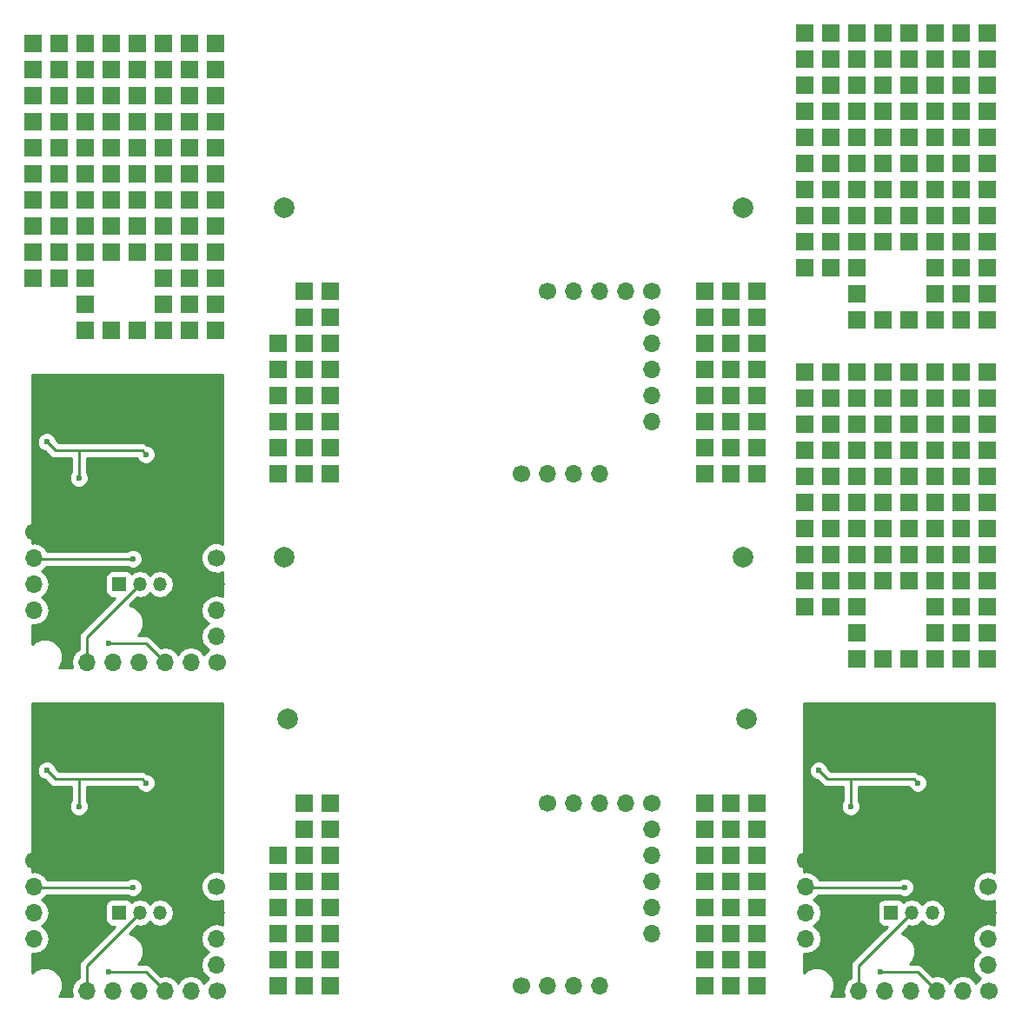
<source format=gbl>
%MOIN*%
%OFA0B0*%
%FSLAX46Y46*%
%IPPOS*%
%LPD*%
%ADD10C,0.0039370078740157488*%
%ADD11R,0.066929133858267723X0.066929133858267723*%
%ADD12C,0.066929133858267723*%
%ADD13O,0.066929133858267723X0.066929133858267723*%
%ADD14C,0.07874015748031496*%
%ADD25C,0.0039370078740157488*%
%ADD26R,0.066929133858267723X0.066929133858267723*%
%ADD27C,0.066929133858267723*%
%ADD28O,0.066929133858267723X0.066929133858267723*%
%ADD29C,0.07874015748031496*%
%ADD40C,0.0039370078740157488*%
%ADD41C,0.066929133858267723*%
%ADD42O,0.066929133858267723X0.066929133858267723*%
%ADD43R,0.053149606299212608X0.053149606299212608*%
%ADD44O,0.053149606299212608X0.053149606299212608*%
%ADD45C,0.023622047244094488*%
%ADD46C,0.00984251968503937*%
%ADD47C,0.01*%
%ADD58C,0.0039370078740157488*%
%ADD59R,0.066929133858267723X0.066929133858267723*%
%ADD70C,0.0039370078740157488*%
%ADD71R,0.066929133858267723X0.066929133858267723*%
%ADD82C,0.0039370078740157488*%
%ADD83R,0.066929133858267723X0.066929133858267723*%
%ADD94C,0.0039370078740157488*%
%ADD95C,0.066929133858267723*%
%ADD96O,0.066929133858267723X0.066929133858267723*%
%ADD97R,0.053149606299212608X0.053149606299212608*%
%ADD98O,0.053149606299212608X0.053149606299212608*%
%ADD99C,0.023622047244094488*%
%ADD100C,0.00984251968503937*%
%ADD101C,0.01*%
%ADD112C,0.0039370078740157488*%
%ADD113C,0.066929133858267723*%
%ADD114O,0.066929133858267723X0.066929133858267723*%
%ADD115R,0.053149606299212608X0.053149606299212608*%
%ADD116O,0.053149606299212608X0.053149606299212608*%
%ADD117C,0.023622047244094488*%
%ADD118C,0.00984251968503937*%
%ADD119C,0.01*%
%LPD*%
G01*
D10*
D11*
X-0002465984Y-0006660000D02*
X0001171515Y0000069999D03*
X0001171515Y0000169999D03*
X0001171515Y0000269999D03*
X0001171515Y0000369999D03*
X0001171515Y0000469999D03*
X0001171515Y0000569999D03*
X0001171515Y0000669999D03*
X0001171515Y0000769999D03*
X0001071515Y0000069999D03*
X0001071515Y0000169999D03*
X0001071515Y0000269999D03*
X0001071515Y0000369999D03*
X0001071515Y0000469999D03*
X0001071515Y0000569999D03*
X0001071515Y0000669999D03*
X0001071515Y0000769999D03*
X0000971515Y0000069999D03*
X0000971515Y0000169999D03*
X0000971515Y0000269999D03*
X0000971515Y0000369999D03*
X0000971515Y0000469999D03*
X0000971515Y0000569999D03*
X0002609015Y0000069999D03*
X0002609015Y0000169999D03*
X0002609015Y0000269999D03*
X0002609015Y0000369999D03*
X0002609015Y0000469999D03*
X0002609015Y0000569999D03*
X0002609015Y0000669999D03*
X0002609015Y0000769999D03*
X0002709014Y0000069999D03*
X0002709014Y0000169999D03*
X0002709014Y0000269999D03*
X0002709014Y0000369999D03*
X0002709014Y0000469999D03*
X0002709014Y0000569999D03*
X0002709014Y0000669999D03*
X0002709014Y0000769999D03*
X0002809015Y0000069999D03*
X0002809015Y0000169999D03*
X0002809015Y0000269999D03*
X0002809015Y0000369999D03*
X0002809015Y0000469999D03*
X0002809015Y0000569999D03*
X0002809015Y0000669999D03*
X0002809015Y0000769999D03*
D12*
X0001906515Y0000067499D03*
D13*
X0002006514Y0000067499D03*
X0002106515Y0000067499D03*
X0002206515Y0000067499D03*
D12*
X0002006514Y0000767499D03*
D13*
X0002106515Y0000767499D03*
X0002206515Y0000767499D03*
X0002306515Y0000767499D03*
D12*
X0002406515Y0000769999D03*
D13*
X0002406515Y0000669999D03*
X0002406515Y0000569999D03*
X0002406515Y0000469999D03*
X0002406515Y0000369999D03*
X0002406515Y0000269999D03*
D14*
X0001009093Y0001092499D03*
X0002768936Y0001092499D03*
G01*
D25*
D26*
X-0002466141Y-0004696850D02*
X0001171358Y0002033148D03*
X0001171358Y0002133149D03*
X0001171358Y0002233149D03*
X0001171358Y0002333149D03*
X0001171358Y0002433149D03*
X0001171358Y0002533149D03*
X0001171358Y0002633149D03*
X0001171358Y0002733149D03*
X0001071358Y0002033148D03*
X0001071358Y0002133149D03*
X0001071358Y0002233149D03*
X0001071358Y0002333149D03*
X0001071358Y0002433149D03*
X0001071358Y0002533149D03*
X0001071358Y0002633149D03*
X0001071358Y0002733149D03*
X0000971358Y0002033148D03*
X0000971358Y0002133149D03*
X0000971358Y0002233149D03*
X0000971358Y0002333149D03*
X0000971358Y0002433149D03*
X0000971358Y0002533149D03*
X0002608858Y0002033148D03*
X0002608858Y0002133149D03*
X0002608858Y0002233149D03*
X0002608858Y0002333149D03*
X0002608858Y0002433149D03*
X0002608858Y0002533149D03*
X0002608858Y0002633149D03*
X0002608858Y0002733149D03*
X0002708858Y0002033148D03*
X0002708858Y0002133149D03*
X0002708858Y0002233149D03*
X0002708858Y0002333149D03*
X0002708858Y0002433149D03*
X0002708858Y0002533149D03*
X0002708858Y0002633149D03*
X0002708858Y0002733149D03*
X0002808858Y0002033148D03*
X0002808858Y0002133149D03*
X0002808858Y0002233149D03*
X0002808858Y0002333149D03*
X0002808858Y0002433149D03*
X0002808858Y0002533149D03*
X0002808858Y0002633149D03*
X0002808858Y0002733149D03*
D27*
X0001906358Y0002030649D03*
D28*
X0002006358Y0002030649D03*
X0002106358Y0002030649D03*
X0002206358Y0002030649D03*
D27*
X0002006358Y0002730649D03*
D28*
X0002106358Y0002730649D03*
X0002206358Y0002730649D03*
X0002306358Y0002730649D03*
D27*
X0002406358Y0002733149D03*
D28*
X0002406358Y0002633149D03*
X0002406358Y0002533149D03*
X0002406358Y0002433149D03*
X0002406358Y0002333149D03*
X0002406358Y0002233149D03*
D29*
X0000993937Y0003053149D03*
X0002753779Y0003053149D03*
X0002753779Y0001713149D03*
X0000993937Y0001713149D03*
G01*
D40*
D41*
X-0003732283Y0004921259D02*
X0002995216Y0000548759D03*
D42*
X0002995216Y0000448759D03*
X0002995216Y0000348759D03*
X0002995216Y0000248759D03*
D41*
X0003695216Y0000448759D03*
D42*
X0003695216Y0000348759D03*
X0003695216Y0000248759D03*
X0003695216Y0000148759D03*
D41*
X0003697716Y0000048759D03*
D42*
X0003597716Y0000048759D03*
X0003497716Y0000048759D03*
X0003397716Y0000048759D03*
X0003297716Y0000048759D03*
X0003197716Y0000048759D03*
D43*
X0003322716Y0000348759D03*
D44*
X0003401456Y0000348759D03*
X0003480196Y0000348759D03*
X0003558935Y0000348759D03*
D45*
X0003282716Y0000121259D03*
X0003167716Y0000756259D03*
X0003425216Y0000846259D03*
X0003045216Y0000893759D03*
X0003375216Y0000446259D03*
D46*
X0003282716Y0000121259D02*
X0003425216Y0000121259D01*
X0003425216Y0000121259D02*
X0003497716Y0000048759D01*
X0003401456Y0000348759D02*
X0003197716Y0000145019D01*
X0003197716Y0000145019D02*
X0003197716Y0000048759D01*
X0003167716Y0000860570D02*
X0003167716Y0000756259D01*
X0003167716Y0000860570D02*
X0003410904Y0000860570D01*
X0003078405Y0000860570D02*
X0003167716Y0000860570D01*
X0003410904Y0000860570D02*
X0003425216Y0000846259D01*
X0003078405Y0000860570D02*
X0003045216Y0000893759D01*
X0003375216Y0000446259D02*
X0002997716Y0000446259D01*
X0002997716Y0000446259D02*
X0002995216Y0000448759D01*
D47*
G36*
X0003720077Y0000501739D02*
X0003706896Y0000507214D01*
X0003683638Y0000507233D01*
X0003662142Y0000498352D01*
X0003645681Y0000481920D01*
X0003636761Y0000460440D01*
X0003636741Y0000437181D01*
X0003645623Y0000415685D01*
X0003662055Y0000399224D01*
X0003683536Y0000390304D01*
X0003706794Y0000390285D01*
X0003720077Y0000395773D01*
X0003720077Y0000301876D01*
X0003718735Y0000302774D01*
X0003696361Y0000307224D01*
X0003694070Y0000307224D01*
X0003671697Y0000302774D01*
X0003652730Y0000290100D01*
X0003640056Y0000271133D01*
X0003635606Y0000248759D01*
X0003640056Y0000226386D01*
X0003652730Y0000207419D01*
X0003665689Y0000198759D01*
X0003652730Y0000190100D01*
X0003640056Y0000171133D01*
X0003635606Y0000148759D01*
X0003640056Y0000126386D01*
X0003652730Y0000107419D01*
X0003665666Y0000098775D01*
X0003664642Y0000098352D01*
X0003648181Y0000081920D01*
X0003647072Y0000079250D01*
X0003639057Y0000091245D01*
X0003620089Y0000103919D01*
X0003597716Y0000108369D01*
X0003575342Y0000103919D01*
X0003556375Y0000091245D01*
X0003547716Y0000078286D01*
X0003539057Y0000091245D01*
X0003520089Y0000103919D01*
X0003497716Y0000108369D01*
X0003483290Y0000105500D01*
X0003446373Y0000142417D01*
X0003436666Y0000148903D01*
X0003425216Y0000151181D01*
X0003394235Y0000151181D01*
X0003405590Y0000162516D01*
X0003416011Y0000187613D01*
X0003416035Y0000214787D01*
X0003405658Y0000239902D01*
X0003386459Y0000259133D01*
X0003363626Y0000268615D01*
X0003392890Y0000297878D01*
X0003401456Y0000296174D01*
X0003421193Y0000300100D01*
X0003437925Y0000311280D01*
X0003440826Y0000315622D01*
X0003443727Y0000311280D01*
X0003460459Y0000300100D01*
X0003480196Y0000296174D01*
X0003499933Y0000300100D01*
X0003516665Y0000311280D01*
X0003527845Y0000328011D01*
X0003531771Y0000347749D01*
X0003531771Y0000349769D01*
X0003527845Y0000369507D01*
X0003516665Y0000386238D01*
X0003499933Y0000397419D01*
X0003480196Y0000401345D01*
X0003460459Y0000397419D01*
X0003443727Y0000386238D01*
X0003440826Y0000381897D01*
X0003437925Y0000386238D01*
X0003421193Y0000397419D01*
X0003401456Y0000401345D01*
X0003381719Y0000397419D01*
X0003369879Y0000389507D01*
X0003367562Y0000393107D01*
X0003359208Y0000398815D01*
X0003349291Y0000400823D01*
X0003296141Y0000400823D01*
X0003286877Y0000399081D01*
X0003278368Y0000393605D01*
X0003272660Y0000385251D01*
X0003270650Y0000375334D01*
X0003270650Y0000322185D01*
X0003272395Y0000312920D01*
X0003277870Y0000304411D01*
X0003286224Y0000298703D01*
X0003296141Y0000296695D01*
X0003307076Y0000296695D01*
X0003176557Y0000166177D01*
X0003170072Y0000156470D01*
X0003167795Y0000145019D01*
X0003167795Y0000098876D01*
X0003156375Y0000091245D01*
X0003143702Y0000072278D01*
X0003139251Y0000049905D01*
X0003139251Y0000047614D01*
X0003143162Y0000027952D01*
X0003091018Y0000027952D01*
X0003095590Y0000032516D01*
X0003106010Y0000057613D01*
X0003106035Y0000084787D01*
X0003095657Y0000109902D01*
X0003076458Y0000129134D01*
X0003051363Y0000139555D01*
X0003024188Y0000139578D01*
X0002999074Y0000129201D01*
X0002988582Y0000118728D01*
X0002988582Y0000191386D01*
X0002994070Y0000190295D01*
X0002996361Y0000190295D01*
X0003018735Y0000194745D01*
X0003037702Y0000207419D01*
X0003050375Y0000226386D01*
X0003054826Y0000248759D01*
X0003050375Y0000271133D01*
X0003037702Y0000290100D01*
X0003024742Y0000298759D01*
X0003037702Y0000307419D01*
X0003050375Y0000326386D01*
X0003054826Y0000348759D01*
X0003050375Y0000371133D01*
X0003037702Y0000390100D01*
X0003024742Y0000398759D01*
X0003037702Y0000407419D01*
X0003043661Y0000416338D01*
X0003353072Y0000416338D01*
X0003354337Y0000415071D01*
X0003367862Y0000409455D01*
X0003382506Y0000409442D01*
X0003396040Y0000415034D01*
X0003406405Y0000425380D01*
X0003412021Y0000438904D01*
X0003412033Y0000453549D01*
X0003406440Y0000467084D01*
X0003396094Y0000477448D01*
X0003382570Y0000483064D01*
X0003367925Y0000483077D01*
X0003354391Y0000477484D01*
X0003353085Y0000476181D01*
X0003047003Y0000476181D01*
X0003037702Y0000490100D01*
X0003018735Y0000502774D01*
X0002996361Y0000507224D01*
X0002994070Y0000507224D01*
X0002988582Y0000506132D01*
X0002988582Y0000886469D01*
X0003008398Y0000886469D01*
X0003013991Y0000872935D01*
X0003024337Y0000862571D01*
X0003037862Y0000856955D01*
X0003039707Y0000856953D01*
X0003057247Y0000839413D01*
X0003066955Y0000832927D01*
X0003068854Y0000832549D01*
X0003078405Y0000830649D01*
X0003137794Y0000830649D01*
X0003137794Y0000778404D01*
X0003136526Y0000777138D01*
X0003130911Y0000763614D01*
X0003130898Y0000748969D01*
X0003136491Y0000735435D01*
X0003146837Y0000725071D01*
X0003160362Y0000719455D01*
X0003175006Y0000719442D01*
X0003188540Y0000725034D01*
X0003198905Y0000735380D01*
X0003204521Y0000748905D01*
X0003204532Y0000763549D01*
X0003198941Y0000777084D01*
X0003197637Y0000778390D01*
X0003197637Y0000830649D01*
X0003391836Y0000830649D01*
X0003393991Y0000825434D01*
X0003404337Y0000815070D01*
X0003417862Y0000809455D01*
X0003432506Y0000809442D01*
X0003446040Y0000815034D01*
X0003456405Y0000825379D01*
X0003462021Y0000838905D01*
X0003462033Y0000853549D01*
X0003456440Y0000867084D01*
X0003446095Y0000877448D01*
X0003432569Y0000883064D01*
X0003430059Y0000883065D01*
X0003422354Y0000888214D01*
X0003410904Y0000890492D01*
X0003090799Y0000890492D01*
X0003082031Y0000899259D01*
X0003082033Y0000901048D01*
X0003076441Y0000914584D01*
X0003066095Y0000924948D01*
X0003052570Y0000930563D01*
X0003037926Y0000930577D01*
X0003024391Y0000924984D01*
X0003014027Y0000914638D01*
X0003008410Y0000901114D01*
X0003008398Y0000886469D01*
X0002988582Y0000886469D01*
X0002988582Y0001153149D01*
X0003720077Y0001153149D01*
X0003720077Y0000501739D01*
X0003720077Y0000501739D01*
G37*
X0003720077Y0000501739D02*
X0003706896Y0000507214D01*
X0003683638Y0000507233D01*
X0003662142Y0000498352D01*
X0003645681Y0000481920D01*
X0003636761Y0000460440D01*
X0003636741Y0000437181D01*
X0003645623Y0000415685D01*
X0003662055Y0000399224D01*
X0003683536Y0000390304D01*
X0003706794Y0000390285D01*
X0003720077Y0000395773D01*
X0003720077Y0000301876D01*
X0003718735Y0000302774D01*
X0003696361Y0000307224D01*
X0003694070Y0000307224D01*
X0003671697Y0000302774D01*
X0003652730Y0000290100D01*
X0003640056Y0000271133D01*
X0003635606Y0000248759D01*
X0003640056Y0000226386D01*
X0003652730Y0000207419D01*
X0003665689Y0000198759D01*
X0003652730Y0000190100D01*
X0003640056Y0000171133D01*
X0003635606Y0000148759D01*
X0003640056Y0000126386D01*
X0003652730Y0000107419D01*
X0003665666Y0000098775D01*
X0003664642Y0000098352D01*
X0003648181Y0000081920D01*
X0003647072Y0000079250D01*
X0003639057Y0000091245D01*
X0003620089Y0000103919D01*
X0003597716Y0000108369D01*
X0003575342Y0000103919D01*
X0003556375Y0000091245D01*
X0003547716Y0000078286D01*
X0003539057Y0000091245D01*
X0003520089Y0000103919D01*
X0003497716Y0000108369D01*
X0003483290Y0000105500D01*
X0003446373Y0000142417D01*
X0003436666Y0000148903D01*
X0003425216Y0000151181D01*
X0003394235Y0000151181D01*
X0003405590Y0000162516D01*
X0003416011Y0000187613D01*
X0003416035Y0000214787D01*
X0003405658Y0000239902D01*
X0003386459Y0000259133D01*
X0003363626Y0000268615D01*
X0003392890Y0000297878D01*
X0003401456Y0000296174D01*
X0003421193Y0000300100D01*
X0003437925Y0000311280D01*
X0003440826Y0000315622D01*
X0003443727Y0000311280D01*
X0003460459Y0000300100D01*
X0003480196Y0000296174D01*
X0003499933Y0000300100D01*
X0003516665Y0000311280D01*
X0003527845Y0000328011D01*
X0003531771Y0000347749D01*
X0003531771Y0000349769D01*
X0003527845Y0000369507D01*
X0003516665Y0000386238D01*
X0003499933Y0000397419D01*
X0003480196Y0000401345D01*
X0003460459Y0000397419D01*
X0003443727Y0000386238D01*
X0003440826Y0000381897D01*
X0003437925Y0000386238D01*
X0003421193Y0000397419D01*
X0003401456Y0000401345D01*
X0003381719Y0000397419D01*
X0003369879Y0000389507D01*
X0003367562Y0000393107D01*
X0003359208Y0000398815D01*
X0003349291Y0000400823D01*
X0003296141Y0000400823D01*
X0003286877Y0000399081D01*
X0003278368Y0000393605D01*
X0003272660Y0000385251D01*
X0003270650Y0000375334D01*
X0003270650Y0000322185D01*
X0003272395Y0000312920D01*
X0003277870Y0000304411D01*
X0003286224Y0000298703D01*
X0003296141Y0000296695D01*
X0003307076Y0000296695D01*
X0003176557Y0000166177D01*
X0003170072Y0000156470D01*
X0003167795Y0000145019D01*
X0003167795Y0000098876D01*
X0003156375Y0000091245D01*
X0003143702Y0000072278D01*
X0003139251Y0000049905D01*
X0003139251Y0000047614D01*
X0003143162Y0000027952D01*
X0003091018Y0000027952D01*
X0003095590Y0000032516D01*
X0003106010Y0000057613D01*
X0003106035Y0000084787D01*
X0003095657Y0000109902D01*
X0003076458Y0000129134D01*
X0003051363Y0000139555D01*
X0003024188Y0000139578D01*
X0002999074Y0000129201D01*
X0002988582Y0000118728D01*
X0002988582Y0000191386D01*
X0002994070Y0000190295D01*
X0002996361Y0000190295D01*
X0003018735Y0000194745D01*
X0003037702Y0000207419D01*
X0003050375Y0000226386D01*
X0003054826Y0000248759D01*
X0003050375Y0000271133D01*
X0003037702Y0000290100D01*
X0003024742Y0000298759D01*
X0003037702Y0000307419D01*
X0003050375Y0000326386D01*
X0003054826Y0000348759D01*
X0003050375Y0000371133D01*
X0003037702Y0000390100D01*
X0003024742Y0000398759D01*
X0003037702Y0000407419D01*
X0003043661Y0000416338D01*
X0003353072Y0000416338D01*
X0003354337Y0000415071D01*
X0003367862Y0000409455D01*
X0003382506Y0000409442D01*
X0003396040Y0000415034D01*
X0003406405Y0000425380D01*
X0003412021Y0000438904D01*
X0003412033Y0000453549D01*
X0003406440Y0000467084D01*
X0003396094Y0000477448D01*
X0003382570Y0000483064D01*
X0003367925Y0000483077D01*
X0003354391Y0000477484D01*
X0003353085Y0000476181D01*
X0003047003Y0000476181D01*
X0003037702Y0000490100D01*
X0003018735Y0000502774D01*
X0002996361Y0000507224D01*
X0002994070Y0000507224D01*
X0002988582Y0000506132D01*
X0002988582Y0000886469D01*
X0003008398Y0000886469D01*
X0003013991Y0000872935D01*
X0003024337Y0000862571D01*
X0003037862Y0000856955D01*
X0003039707Y0000856953D01*
X0003057247Y0000839413D01*
X0003066955Y0000832927D01*
X0003068854Y0000832549D01*
X0003078405Y0000830649D01*
X0003137794Y0000830649D01*
X0003137794Y0000778404D01*
X0003136526Y0000777138D01*
X0003130911Y0000763614D01*
X0003130898Y0000748969D01*
X0003136491Y0000735435D01*
X0003146837Y0000725071D01*
X0003160362Y0000719455D01*
X0003175006Y0000719442D01*
X0003188540Y0000725034D01*
X0003198905Y0000735380D01*
X0003204521Y0000748905D01*
X0003204532Y0000763549D01*
X0003198941Y0000777084D01*
X0003197637Y0000778390D01*
X0003197637Y0000830649D01*
X0003391836Y0000830649D01*
X0003393991Y0000825434D01*
X0003404337Y0000815070D01*
X0003417862Y0000809455D01*
X0003432506Y0000809442D01*
X0003446040Y0000815034D01*
X0003456405Y0000825379D01*
X0003462021Y0000838905D01*
X0003462033Y0000853549D01*
X0003456440Y0000867084D01*
X0003446095Y0000877448D01*
X0003432569Y0000883064D01*
X0003430059Y0000883065D01*
X0003422354Y0000888214D01*
X0003410904Y0000890492D01*
X0003090799Y0000890492D01*
X0003082031Y0000899259D01*
X0003082033Y0000901048D01*
X0003076441Y0000914584D01*
X0003066095Y0000924948D01*
X0003052570Y0000930563D01*
X0003037926Y0000930577D01*
X0003024391Y0000924984D01*
X0003014027Y0000914638D01*
X0003008410Y0000901114D01*
X0003008398Y0000886469D01*
X0002988582Y0000886469D01*
X0002988582Y0001153149D01*
X0003720077Y0001153149D01*
X0003720077Y0000501739D01*
G01*
D58*
D59*
X-0002157480Y0006771653D02*
X0003692519Y0002421653D03*
X0003592519Y0002421653D03*
X0003692519Y0002321653D03*
X0003592519Y0002321653D03*
X0002992519Y0002421653D03*
X0003092519Y0002421653D03*
X0003192519Y0002421653D03*
X0003292519Y0002421653D03*
X0003392519Y0002421653D03*
X0003492519Y0002421653D03*
X0002992519Y0002321653D03*
X0003092519Y0002321653D03*
X0003192519Y0002321653D03*
X0003292519Y0002321653D03*
X0003392519Y0002321653D03*
X0003492519Y0002321653D03*
X0002992519Y0002221653D03*
X0003092519Y0002221653D03*
X0003192519Y0002221653D03*
X0003292519Y0002221653D03*
X0003392519Y0002221653D03*
X0003492519Y0002221653D03*
X0003592519Y0002221653D03*
X0003692519Y0002221653D03*
X0002992519Y0002121653D03*
X0003092519Y0002121653D03*
X0003192519Y0002121653D03*
X0003292519Y0002121653D03*
X0003392519Y0002121653D03*
X0003492519Y0002121653D03*
X0003592519Y0002121653D03*
X0003692519Y0002121653D03*
X0002992519Y0002021653D03*
X0003092519Y0002021653D03*
X0003192519Y0002021653D03*
X0003292519Y0002021653D03*
X0003392519Y0002021653D03*
X0003492519Y0002021653D03*
X0003592519Y0002021653D03*
X0003692519Y0002021653D03*
X0002992519Y0001921653D03*
X0003092519Y0001921653D03*
X0003192519Y0001921653D03*
X0003292519Y0001921653D03*
X0003392519Y0001921653D03*
X0003492519Y0001921653D03*
X0003592519Y0001921653D03*
X0003692519Y0001921653D03*
X0002992519Y0001821653D03*
X0003092519Y0001821653D03*
X0003192519Y0001821653D03*
X0003292519Y0001821653D03*
X0003392519Y0001821653D03*
X0003492519Y0001821653D03*
X0003592519Y0001821653D03*
X0003692519Y0001821653D03*
X0002992519Y0001721653D03*
X0003092519Y0001721653D03*
X0003192519Y0001721653D03*
X0003292519Y0001721653D03*
X0003392519Y0001721653D03*
X0003492519Y0001721653D03*
X0003592519Y0001721653D03*
X0003692519Y0001721653D03*
X0002992519Y0001621653D03*
X0003092519Y0001621653D03*
X0003192519Y0001621653D03*
X0003292519Y0001621653D03*
X0003392519Y0001621653D03*
X0003492519Y0001621653D03*
X0003592519Y0001621653D03*
X0003692519Y0001621653D03*
X0002992519Y0001521653D03*
X0003092519Y0001521653D03*
X0003192519Y0001521653D03*
X0003492519Y0001521653D03*
X0003592519Y0001521653D03*
X0003692519Y0001521653D03*
X0003192519Y0001421653D03*
X0003492519Y0001421653D03*
X0003592519Y0001421653D03*
X0003692519Y0001421653D03*
X0003192519Y0001321653D03*
X0003292519Y0001321653D03*
X0003392519Y0001321653D03*
X0003492519Y0001321653D03*
X0003592519Y0001321653D03*
X0003692519Y0001321653D03*
G04 next file*
%LPD*%
G01*
D70*
D71*
X-0002157480Y0008070866D02*
X0003692519Y0003720866D03*
X0003592519Y0003720866D03*
X0003692519Y0003620866D03*
X0003592519Y0003620866D03*
X0002992519Y0003720866D03*
X0003092519Y0003720866D03*
X0003192519Y0003720866D03*
X0003292519Y0003720866D03*
X0003392519Y0003720866D03*
X0003492519Y0003720866D03*
X0002992519Y0003620866D03*
X0003092519Y0003620866D03*
X0003192519Y0003620866D03*
X0003292519Y0003620866D03*
X0003392519Y0003620866D03*
X0003492519Y0003620866D03*
X0002992519Y0003520866D03*
X0003092519Y0003520866D03*
X0003192519Y0003520866D03*
X0003292519Y0003520866D03*
X0003392519Y0003520866D03*
X0003492519Y0003520866D03*
X0003592519Y0003520866D03*
X0003692519Y0003520866D03*
X0002992519Y0003420866D03*
X0003092519Y0003420866D03*
X0003192519Y0003420866D03*
X0003292519Y0003420866D03*
X0003392519Y0003420866D03*
X0003492519Y0003420866D03*
X0003592519Y0003420866D03*
X0003692519Y0003420866D03*
X0002992519Y0003320866D03*
X0003092519Y0003320866D03*
X0003192519Y0003320866D03*
X0003292519Y0003320866D03*
X0003392519Y0003320866D03*
X0003492519Y0003320866D03*
X0003592519Y0003320866D03*
X0003692519Y0003320866D03*
X0002992519Y0003220865D03*
X0003092519Y0003220865D03*
X0003192519Y0003220865D03*
X0003292519Y0003220865D03*
X0003392519Y0003220865D03*
X0003492519Y0003220865D03*
X0003592519Y0003220865D03*
X0003692519Y0003220865D03*
X0002992519Y0003120866D03*
X0003092519Y0003120866D03*
X0003192519Y0003120866D03*
X0003292519Y0003120866D03*
X0003392519Y0003120866D03*
X0003492519Y0003120866D03*
X0003592519Y0003120866D03*
X0003692519Y0003120866D03*
X0002992519Y0003020866D03*
X0003092519Y0003020866D03*
X0003192519Y0003020866D03*
X0003292519Y0003020866D03*
X0003392519Y0003020866D03*
X0003492519Y0003020866D03*
X0003592519Y0003020866D03*
X0003692519Y0003020866D03*
X0002992519Y0002920866D03*
X0003092519Y0002920866D03*
X0003192519Y0002920866D03*
X0003292519Y0002920866D03*
X0003392519Y0002920866D03*
X0003492519Y0002920866D03*
X0003592519Y0002920866D03*
X0003692519Y0002920866D03*
X0002992519Y0002820865D03*
X0003092519Y0002820865D03*
X0003192519Y0002820865D03*
X0003492519Y0002820865D03*
X0003592519Y0002820865D03*
X0003692519Y0002820865D03*
X0003192519Y0002720866D03*
X0003492519Y0002720866D03*
X0003592519Y0002720866D03*
X0003692519Y0002720866D03*
X0003192519Y0002620866D03*
X0003292519Y0002620866D03*
X0003392519Y0002620866D03*
X0003492519Y0002620866D03*
X0003592519Y0002620866D03*
X0003692519Y0002620866D03*
G01*
D82*
D83*
X-0005118110Y0008031496D02*
X0000731889Y0003681496D03*
X0000631889Y0003681496D03*
X0000731889Y0003581496D03*
X0000631889Y0003581496D03*
X0000031889Y0003681496D03*
X0000131889Y0003681496D03*
X0000231889Y0003681496D03*
X0000331889Y0003681496D03*
X0000431889Y0003681496D03*
X0000531889Y0003681496D03*
X0000031889Y0003581496D03*
X0000131889Y0003581496D03*
X0000231889Y0003581496D03*
X0000331889Y0003581496D03*
X0000431889Y0003581496D03*
X0000531889Y0003581496D03*
X0000031889Y0003481496D03*
X0000131889Y0003481496D03*
X0000231889Y0003481496D03*
X0000331889Y0003481496D03*
X0000431889Y0003481496D03*
X0000531889Y0003481496D03*
X0000631889Y0003481496D03*
X0000731889Y0003481496D03*
X0000031889Y0003381496D03*
X0000131889Y0003381496D03*
X0000231889Y0003381496D03*
X0000331889Y0003381496D03*
X0000431889Y0003381496D03*
X0000531889Y0003381496D03*
X0000631889Y0003381496D03*
X0000731889Y0003381496D03*
X0000031889Y0003281496D03*
X0000131889Y0003281496D03*
X0000231889Y0003281496D03*
X0000331889Y0003281496D03*
X0000431889Y0003281496D03*
X0000531889Y0003281496D03*
X0000631889Y0003281496D03*
X0000731889Y0003281496D03*
X0000031889Y0003181496D03*
X0000131889Y0003181496D03*
X0000231889Y0003181496D03*
X0000331889Y0003181496D03*
X0000431889Y0003181496D03*
X0000531889Y0003181496D03*
X0000631889Y0003181496D03*
X0000731889Y0003181496D03*
X0000031889Y0003081496D03*
X0000131889Y0003081496D03*
X0000231889Y0003081496D03*
X0000331889Y0003081496D03*
X0000431889Y0003081496D03*
X0000531889Y0003081496D03*
X0000631889Y0003081496D03*
X0000731889Y0003081496D03*
X0000031889Y0002981496D03*
X0000131889Y0002981496D03*
X0000231889Y0002981496D03*
X0000331889Y0002981496D03*
X0000431889Y0002981496D03*
X0000531889Y0002981496D03*
X0000631889Y0002981496D03*
X0000731889Y0002981496D03*
X0000031889Y0002881496D03*
X0000131889Y0002881496D03*
X0000231889Y0002881496D03*
X0000331889Y0002881496D03*
X0000431889Y0002881496D03*
X0000531889Y0002881496D03*
X0000631889Y0002881496D03*
X0000731889Y0002881496D03*
X0000031889Y0002781496D03*
X0000131889Y0002781496D03*
X0000231889Y0002781496D03*
X0000531889Y0002781496D03*
X0000631889Y0002781496D03*
X0000731889Y0002781496D03*
X0000231889Y0002681496D03*
X0000531889Y0002681496D03*
X0000631889Y0002681496D03*
X0000731889Y0002681496D03*
X0000231889Y0002581496D03*
X0000331889Y0002581496D03*
X0000431889Y0002581496D03*
X0000531889Y0002581496D03*
X0000631889Y0002581496D03*
X0000731889Y0002581496D03*
G04 next file*
G01*
D94*
D95*
X-0006692913Y0006181102D02*
X0000034586Y0001808602D03*
D96*
X0000034586Y0001708602D03*
X0000034586Y0001608602D03*
X0000034586Y0001508602D03*
D95*
X0000734586Y0001708602D03*
D96*
X0000734586Y0001608602D03*
X0000734586Y0001508602D03*
X0000734586Y0001408602D03*
D95*
X0000737086Y0001308602D03*
D96*
X0000637086Y0001308602D03*
X0000537086Y0001308602D03*
X0000437086Y0001308602D03*
X0000337086Y0001308602D03*
X0000237086Y0001308602D03*
D97*
X0000362086Y0001608602D03*
D98*
X0000440826Y0001608602D03*
X0000519566Y0001608602D03*
X0000598307Y0001608602D03*
D99*
X0000322086Y0001381102D03*
X0000207086Y0002016102D03*
X0000464585Y0002106102D03*
X0000084586Y0002153602D03*
X0000414585Y0001706102D03*
D100*
X0000322086Y0001381102D02*
X0000464585Y0001381102D01*
X0000464585Y0001381102D02*
X0000537086Y0001308602D01*
X0000440826Y0001608602D02*
X0000237086Y0001404862D01*
X0000237086Y0001404862D02*
X0000237086Y0001308602D01*
X0000207086Y0002120413D02*
X0000207086Y0002016102D01*
X0000207086Y0002120413D02*
X0000450275Y0002120413D01*
X0000117775Y0002120413D02*
X0000207086Y0002120413D01*
X0000450275Y0002120413D02*
X0000464585Y0002106102D01*
X0000117775Y0002120413D02*
X0000084586Y0002153602D01*
X0000414585Y0001706102D02*
X0000037086Y0001706102D01*
X0000037086Y0001706102D02*
X0000034586Y0001708602D01*
D101*
G36*
X0000759447Y0001761583D02*
X0000746266Y0001767056D01*
X0000723008Y0001767077D01*
X0000701512Y0001758195D01*
X0000685051Y0001741763D01*
X0000676132Y0001720282D01*
X0000676111Y0001697023D01*
X0000684993Y0001675528D01*
X0000701425Y0001659066D01*
X0000722906Y0001650147D01*
X0000746164Y0001650125D01*
X0000759447Y0001655616D01*
X0000759447Y0001561718D01*
X0000758105Y0001562616D01*
X0000735731Y0001567066D01*
X0000733441Y0001567066D01*
X0000711067Y0001562616D01*
X0000692100Y0001549942D01*
X0000679426Y0001530975D01*
X0000674976Y0001508602D01*
X0000679426Y0001486228D01*
X0000692100Y0001467261D01*
X0000705060Y0001458602D01*
X0000692100Y0001449943D01*
X0000679426Y0001430975D01*
X0000674976Y0001408602D01*
X0000679426Y0001386228D01*
X0000692100Y0001367261D01*
X0000705036Y0001358618D01*
X0000704012Y0001358195D01*
X0000687551Y0001341763D01*
X0000686442Y0001339092D01*
X0000678427Y0001351088D01*
X0000659460Y0001363761D01*
X0000637086Y0001368212D01*
X0000614713Y0001363761D01*
X0000595745Y0001351088D01*
X0000587086Y0001338128D01*
X0000578427Y0001351088D01*
X0000559460Y0001363761D01*
X0000537086Y0001368212D01*
X0000522661Y0001365342D01*
X0000485744Y0001402259D01*
X0000476036Y0001408745D01*
X0000464585Y0001411023D01*
X0000433605Y0001411023D01*
X0000444959Y0001422358D01*
X0000455381Y0001447455D01*
X0000455405Y0001474629D01*
X0000445028Y0001499744D01*
X0000425829Y0001518976D01*
X0000402997Y0001528457D01*
X0000432260Y0001557721D01*
X0000440826Y0001556017D01*
X0000460562Y0001559943D01*
X0000477295Y0001571123D01*
X0000480196Y0001575465D01*
X0000483098Y0001571123D01*
X0000499830Y0001559943D01*
X0000519566Y0001556017D01*
X0000539303Y0001559943D01*
X0000556035Y0001571123D01*
X0000567215Y0001587855D01*
X0000571141Y0001607591D01*
X0000571141Y0001609612D01*
X0000567215Y0001629349D01*
X0000556035Y0001646081D01*
X0000539303Y0001657261D01*
X0000519566Y0001661187D01*
X0000499830Y0001657261D01*
X0000483098Y0001646081D01*
X0000480196Y0001641739D01*
X0000477295Y0001646081D01*
X0000460562Y0001657261D01*
X0000440826Y0001661187D01*
X0000421088Y0001657261D01*
X0000409249Y0001649350D01*
X0000406932Y0001652950D01*
X0000398578Y0001658658D01*
X0000388661Y0001660665D01*
X0000335511Y0001660665D01*
X0000326247Y0001658923D01*
X0000317738Y0001653448D01*
X0000312030Y0001645094D01*
X0000310022Y0001635176D01*
X0000310022Y0001582027D01*
X0000311765Y0001572763D01*
X0000317240Y0001564254D01*
X0000325594Y0001558546D01*
X0000335511Y0001556537D01*
X0000346447Y0001556537D01*
X0000215929Y0001426019D01*
X0000209442Y0001416312D01*
X0000207165Y0001404862D01*
X0000207165Y0001358718D01*
X0000195744Y0001351088D01*
X0000183072Y0001332121D01*
X0000178622Y0001309747D01*
X0000178622Y0001307456D01*
X0000182532Y0001287795D01*
X0000130389Y0001287795D01*
X0000134960Y0001292358D01*
X0000145381Y0001317455D01*
X0000145405Y0001344629D01*
X0000135028Y0001369744D01*
X0000115829Y0001388976D01*
X0000090733Y0001399397D01*
X0000063559Y0001399421D01*
X0000038444Y0001389043D01*
X0000027952Y0001378570D01*
X0000027952Y0001451229D01*
X0000033441Y0001450137D01*
X0000035731Y0001450137D01*
X0000058105Y0001454588D01*
X0000077072Y0001467261D01*
X0000089746Y0001486228D01*
X0000094196Y0001508602D01*
X0000089746Y0001530975D01*
X0000077072Y0001549942D01*
X0000064113Y0001558602D01*
X0000077072Y0001567261D01*
X0000089746Y0001586228D01*
X0000094196Y0001608602D01*
X0000089746Y0001630974D01*
X0000077072Y0001649943D01*
X0000064113Y0001658602D01*
X0000077072Y0001667261D01*
X0000083032Y0001676181D01*
X0000392442Y0001676181D01*
X0000393707Y0001674913D01*
X0000407232Y0001669296D01*
X0000421876Y0001669282D01*
X0000435411Y0001674877D01*
X0000445775Y0001685223D01*
X0000451391Y0001698748D01*
X0000451404Y0001713391D01*
X0000445811Y0001726926D01*
X0000435465Y0001737290D01*
X0000421940Y0001742906D01*
X0000407296Y0001742919D01*
X0000393762Y0001737327D01*
X0000392455Y0001736023D01*
X0000086373Y0001736023D01*
X0000077072Y0001749943D01*
X0000058105Y0001762616D01*
X0000035731Y0001767066D01*
X0000033441Y0001767066D01*
X0000027952Y0001765975D01*
X0000027952Y0002146312D01*
X0000047769Y0002146312D01*
X0000053361Y0002132777D01*
X0000063707Y0002122413D01*
X0000077232Y0002116797D01*
X0000079077Y0002116796D01*
X0000096618Y0002099255D01*
X0000106325Y0002092769D01*
X0000108225Y0002092391D01*
X0000117775Y0002090491D01*
X0000177165Y0002090491D01*
X0000177165Y0002038246D01*
X0000175897Y0002036981D01*
X0000170281Y0002023456D01*
X0000170269Y0002008811D01*
X0000175861Y0001995277D01*
X0000186207Y0001984913D01*
X0000199732Y0001979297D01*
X0000214376Y0001979284D01*
X0000227911Y0001984877D01*
X0000238275Y0001995222D01*
X0000243891Y0002008748D01*
X0000243904Y0002023391D01*
X0000238311Y0002036925D01*
X0000237007Y0002038231D01*
X0000237007Y0002090491D01*
X0000431207Y0002090491D01*
X0000433361Y0002085277D01*
X0000443707Y0002074913D01*
X0000457232Y0002069297D01*
X0000471875Y0002069284D01*
X0000485411Y0002074876D01*
X0000495775Y0002085223D01*
X0000501391Y0002098748D01*
X0000501403Y0002113392D01*
X0000495811Y0002126926D01*
X0000485465Y0002137291D01*
X0000471940Y0002142907D01*
X0000469430Y0002142909D01*
X0000461725Y0002148056D01*
X0000450275Y0002150334D01*
X0000130169Y0002150334D01*
X0000121402Y0002159101D01*
X0000121404Y0002160892D01*
X0000115811Y0002174426D01*
X0000105465Y0002184790D01*
X0000091940Y0002190406D01*
X0000077296Y0002190419D01*
X0000063762Y0002184827D01*
X0000053397Y0002174481D01*
X0000047781Y0002160956D01*
X0000047769Y0002146312D01*
X0000027952Y0002146312D01*
X0000027952Y0002412992D01*
X0000759447Y0002412992D01*
X0000759447Y0001761583D01*
X0000759447Y0001761583D01*
G37*
X0000759447Y0001761583D02*
X0000746266Y0001767056D01*
X0000723008Y0001767077D01*
X0000701512Y0001758195D01*
X0000685051Y0001741763D01*
X0000676132Y0001720282D01*
X0000676111Y0001697023D01*
X0000684993Y0001675528D01*
X0000701425Y0001659066D01*
X0000722906Y0001650147D01*
X0000746164Y0001650125D01*
X0000759447Y0001655616D01*
X0000759447Y0001561718D01*
X0000758105Y0001562616D01*
X0000735731Y0001567066D01*
X0000733441Y0001567066D01*
X0000711067Y0001562616D01*
X0000692100Y0001549942D01*
X0000679426Y0001530975D01*
X0000674976Y0001508602D01*
X0000679426Y0001486228D01*
X0000692100Y0001467261D01*
X0000705060Y0001458602D01*
X0000692100Y0001449943D01*
X0000679426Y0001430975D01*
X0000674976Y0001408602D01*
X0000679426Y0001386228D01*
X0000692100Y0001367261D01*
X0000705036Y0001358618D01*
X0000704012Y0001358195D01*
X0000687551Y0001341763D01*
X0000686442Y0001339092D01*
X0000678427Y0001351088D01*
X0000659460Y0001363761D01*
X0000637086Y0001368212D01*
X0000614713Y0001363761D01*
X0000595745Y0001351088D01*
X0000587086Y0001338128D01*
X0000578427Y0001351088D01*
X0000559460Y0001363761D01*
X0000537086Y0001368212D01*
X0000522661Y0001365342D01*
X0000485744Y0001402259D01*
X0000476036Y0001408745D01*
X0000464585Y0001411023D01*
X0000433605Y0001411023D01*
X0000444959Y0001422358D01*
X0000455381Y0001447455D01*
X0000455405Y0001474629D01*
X0000445028Y0001499744D01*
X0000425829Y0001518976D01*
X0000402997Y0001528457D01*
X0000432260Y0001557721D01*
X0000440826Y0001556017D01*
X0000460562Y0001559943D01*
X0000477295Y0001571123D01*
X0000480196Y0001575465D01*
X0000483098Y0001571123D01*
X0000499830Y0001559943D01*
X0000519566Y0001556017D01*
X0000539303Y0001559943D01*
X0000556035Y0001571123D01*
X0000567215Y0001587855D01*
X0000571141Y0001607591D01*
X0000571141Y0001609612D01*
X0000567215Y0001629349D01*
X0000556035Y0001646081D01*
X0000539303Y0001657261D01*
X0000519566Y0001661187D01*
X0000499830Y0001657261D01*
X0000483098Y0001646081D01*
X0000480196Y0001641739D01*
X0000477295Y0001646081D01*
X0000460562Y0001657261D01*
X0000440826Y0001661187D01*
X0000421088Y0001657261D01*
X0000409249Y0001649350D01*
X0000406932Y0001652950D01*
X0000398578Y0001658658D01*
X0000388661Y0001660665D01*
X0000335511Y0001660665D01*
X0000326247Y0001658923D01*
X0000317738Y0001653448D01*
X0000312030Y0001645094D01*
X0000310022Y0001635176D01*
X0000310022Y0001582027D01*
X0000311765Y0001572763D01*
X0000317240Y0001564254D01*
X0000325594Y0001558546D01*
X0000335511Y0001556537D01*
X0000346447Y0001556537D01*
X0000215929Y0001426019D01*
X0000209442Y0001416312D01*
X0000207165Y0001404862D01*
X0000207165Y0001358718D01*
X0000195744Y0001351088D01*
X0000183072Y0001332121D01*
X0000178622Y0001309747D01*
X0000178622Y0001307456D01*
X0000182532Y0001287795D01*
X0000130389Y0001287795D01*
X0000134960Y0001292358D01*
X0000145381Y0001317455D01*
X0000145405Y0001344629D01*
X0000135028Y0001369744D01*
X0000115829Y0001388976D01*
X0000090733Y0001399397D01*
X0000063559Y0001399421D01*
X0000038444Y0001389043D01*
X0000027952Y0001378570D01*
X0000027952Y0001451229D01*
X0000033441Y0001450137D01*
X0000035731Y0001450137D01*
X0000058105Y0001454588D01*
X0000077072Y0001467261D01*
X0000089746Y0001486228D01*
X0000094196Y0001508602D01*
X0000089746Y0001530975D01*
X0000077072Y0001549942D01*
X0000064113Y0001558602D01*
X0000077072Y0001567261D01*
X0000089746Y0001586228D01*
X0000094196Y0001608602D01*
X0000089746Y0001630974D01*
X0000077072Y0001649943D01*
X0000064113Y0001658602D01*
X0000077072Y0001667261D01*
X0000083032Y0001676181D01*
X0000392442Y0001676181D01*
X0000393707Y0001674913D01*
X0000407232Y0001669296D01*
X0000421876Y0001669282D01*
X0000435411Y0001674877D01*
X0000445775Y0001685223D01*
X0000451391Y0001698748D01*
X0000451404Y0001713391D01*
X0000445811Y0001726926D01*
X0000435465Y0001737290D01*
X0000421940Y0001742906D01*
X0000407296Y0001742919D01*
X0000393762Y0001737327D01*
X0000392455Y0001736023D01*
X0000086373Y0001736023D01*
X0000077072Y0001749943D01*
X0000058105Y0001762616D01*
X0000035731Y0001767066D01*
X0000033441Y0001767066D01*
X0000027952Y0001765975D01*
X0000027952Y0002146312D01*
X0000047769Y0002146312D01*
X0000053361Y0002132777D01*
X0000063707Y0002122413D01*
X0000077232Y0002116797D01*
X0000079077Y0002116796D01*
X0000096618Y0002099255D01*
X0000106325Y0002092769D01*
X0000108225Y0002092391D01*
X0000117775Y0002090491D01*
X0000177165Y0002090491D01*
X0000177165Y0002038246D01*
X0000175897Y0002036981D01*
X0000170281Y0002023456D01*
X0000170269Y0002008811D01*
X0000175861Y0001995277D01*
X0000186207Y0001984913D01*
X0000199732Y0001979297D01*
X0000214376Y0001979284D01*
X0000227911Y0001984877D01*
X0000238275Y0001995222D01*
X0000243891Y0002008748D01*
X0000243904Y0002023391D01*
X0000238311Y0002036925D01*
X0000237007Y0002038231D01*
X0000237007Y0002090491D01*
X0000431207Y0002090491D01*
X0000433361Y0002085277D01*
X0000443707Y0002074913D01*
X0000457232Y0002069297D01*
X0000471875Y0002069284D01*
X0000485411Y0002074876D01*
X0000495775Y0002085223D01*
X0000501391Y0002098748D01*
X0000501403Y0002113392D01*
X0000495811Y0002126926D01*
X0000485465Y0002137291D01*
X0000471940Y0002142907D01*
X0000469430Y0002142909D01*
X0000461725Y0002148056D01*
X0000450275Y0002150334D01*
X0000130169Y0002150334D01*
X0000121402Y0002159101D01*
X0000121404Y0002160892D01*
X0000115811Y0002174426D01*
X0000105465Y0002184790D01*
X0000091940Y0002190406D01*
X0000077296Y0002190419D01*
X0000063762Y0002184827D01*
X0000053397Y0002174481D01*
X0000047781Y0002160956D01*
X0000047769Y0002146312D01*
X0000027952Y0002146312D01*
X0000027952Y0002412992D01*
X0000759447Y0002412992D01*
X0000759447Y0001761583D01*
G04 next file*
G04 #@! TF.FileFunction,Copper,L2,Bot,Signal*
G04 Gerber Fmt 4.6, Leading zero omitted, Abs format (unit mm)*
G04 Created by KiCad (PCBNEW 4.0.2-stable) date 05.07.2017 20:46:59*
G01*
G04 APERTURE LIST*
G04 APERTURE END LIST*
D112*
D113*
X-0006692913Y0004921259D02*
X0000034586Y0000548759D03*
D114*
X0000034586Y0000448759D03*
X0000034586Y0000348759D03*
X0000034586Y0000248759D03*
D113*
X0000734586Y0000448759D03*
D114*
X0000734586Y0000348759D03*
X0000734586Y0000248759D03*
X0000734586Y0000148759D03*
D113*
X0000737086Y0000048759D03*
D114*
X0000637086Y0000048759D03*
X0000537086Y0000048759D03*
X0000437086Y0000048759D03*
X0000337086Y0000048759D03*
X0000237086Y0000048759D03*
D115*
X0000362086Y0000348759D03*
D116*
X0000440826Y0000348759D03*
X0000519566Y0000348759D03*
X0000598307Y0000348759D03*
D117*
X0000322086Y0000121259D03*
X0000207086Y0000756259D03*
X0000464585Y0000846259D03*
X0000084586Y0000893759D03*
X0000414585Y0000446259D03*
D118*
X0000322086Y0000121259D02*
X0000464585Y0000121259D01*
X0000464585Y0000121259D02*
X0000537086Y0000048759D01*
X0000440826Y0000348759D02*
X0000237086Y0000145019D01*
X0000237086Y0000145019D02*
X0000237086Y0000048759D01*
X0000207086Y0000860570D02*
X0000207086Y0000756259D01*
X0000207086Y0000860570D02*
X0000450275Y0000860570D01*
X0000117775Y0000860570D02*
X0000207086Y0000860570D01*
X0000450275Y0000860570D02*
X0000464585Y0000846259D01*
X0000117775Y0000860570D02*
X0000084586Y0000893759D01*
X0000414585Y0000446259D02*
X0000037086Y0000446259D01*
X0000037086Y0000446259D02*
X0000034586Y0000448759D01*
D119*
G36*
X0000759447Y0000501739D02*
X0000746266Y0000507214D01*
X0000723008Y0000507233D01*
X0000701512Y0000498352D01*
X0000685051Y0000481920D01*
X0000676132Y0000460440D01*
X0000676111Y0000437181D01*
X0000684993Y0000415685D01*
X0000701425Y0000399224D01*
X0000722906Y0000390304D01*
X0000746164Y0000390285D01*
X0000759447Y0000395773D01*
X0000759447Y0000301876D01*
X0000758105Y0000302774D01*
X0000735731Y0000307224D01*
X0000733441Y0000307224D01*
X0000711067Y0000302774D01*
X0000692100Y0000290100D01*
X0000679426Y0000271133D01*
X0000674976Y0000248759D01*
X0000679426Y0000226386D01*
X0000692100Y0000207419D01*
X0000705060Y0000198759D01*
X0000692100Y0000190100D01*
X0000679426Y0000171133D01*
X0000674976Y0000148759D01*
X0000679426Y0000126386D01*
X0000692100Y0000107419D01*
X0000705036Y0000098775D01*
X0000704012Y0000098352D01*
X0000687551Y0000081920D01*
X0000686442Y0000079250D01*
X0000678427Y0000091245D01*
X0000659460Y0000103919D01*
X0000637086Y0000108369D01*
X0000614713Y0000103919D01*
X0000595745Y0000091245D01*
X0000587086Y0000078286D01*
X0000578427Y0000091245D01*
X0000559460Y0000103919D01*
X0000537086Y0000108369D01*
X0000522661Y0000105500D01*
X0000485744Y0000142417D01*
X0000476036Y0000148903D01*
X0000464585Y0000151181D01*
X0000433605Y0000151181D01*
X0000444959Y0000162516D01*
X0000455381Y0000187613D01*
X0000455405Y0000214787D01*
X0000445028Y0000239902D01*
X0000425829Y0000259133D01*
X0000402997Y0000268615D01*
X0000432260Y0000297878D01*
X0000440826Y0000296174D01*
X0000460562Y0000300100D01*
X0000477295Y0000311280D01*
X0000480196Y0000315622D01*
X0000483098Y0000311280D01*
X0000499830Y0000300100D01*
X0000519566Y0000296174D01*
X0000539303Y0000300100D01*
X0000556035Y0000311280D01*
X0000567215Y0000328011D01*
X0000571141Y0000347749D01*
X0000571141Y0000349769D01*
X0000567215Y0000369507D01*
X0000556035Y0000386238D01*
X0000539303Y0000397419D01*
X0000519566Y0000401345D01*
X0000499830Y0000397419D01*
X0000483098Y0000386238D01*
X0000480196Y0000381897D01*
X0000477295Y0000386238D01*
X0000460562Y0000397419D01*
X0000440826Y0000401345D01*
X0000421088Y0000397419D01*
X0000409249Y0000389507D01*
X0000406932Y0000393107D01*
X0000398578Y0000398815D01*
X0000388661Y0000400823D01*
X0000335511Y0000400823D01*
X0000326247Y0000399081D01*
X0000317738Y0000393605D01*
X0000312030Y0000385251D01*
X0000310022Y0000375334D01*
X0000310022Y0000322185D01*
X0000311765Y0000312920D01*
X0000317240Y0000304411D01*
X0000325594Y0000298703D01*
X0000335511Y0000296695D01*
X0000346447Y0000296695D01*
X0000215929Y0000166177D01*
X0000209442Y0000156470D01*
X0000207165Y0000145019D01*
X0000207165Y0000098876D01*
X0000195744Y0000091245D01*
X0000183072Y0000072278D01*
X0000178622Y0000049905D01*
X0000178622Y0000047614D01*
X0000182532Y0000027952D01*
X0000130389Y0000027952D01*
X0000134960Y0000032516D01*
X0000145381Y0000057613D01*
X0000145405Y0000084787D01*
X0000135028Y0000109902D01*
X0000115829Y0000129134D01*
X0000090733Y0000139555D01*
X0000063559Y0000139578D01*
X0000038444Y0000129201D01*
X0000027952Y0000118728D01*
X0000027952Y0000191386D01*
X0000033441Y0000190295D01*
X0000035731Y0000190295D01*
X0000058105Y0000194745D01*
X0000077072Y0000207419D01*
X0000089746Y0000226386D01*
X0000094196Y0000248759D01*
X0000089746Y0000271133D01*
X0000077072Y0000290100D01*
X0000064113Y0000298759D01*
X0000077072Y0000307419D01*
X0000089746Y0000326386D01*
X0000094196Y0000348759D01*
X0000089746Y0000371133D01*
X0000077072Y0000390100D01*
X0000064113Y0000398759D01*
X0000077072Y0000407419D01*
X0000083032Y0000416338D01*
X0000392442Y0000416338D01*
X0000393707Y0000415071D01*
X0000407232Y0000409455D01*
X0000421876Y0000409442D01*
X0000435411Y0000415034D01*
X0000445775Y0000425380D01*
X0000451391Y0000438904D01*
X0000451404Y0000453549D01*
X0000445811Y0000467084D01*
X0000435465Y0000477448D01*
X0000421940Y0000483064D01*
X0000407296Y0000483077D01*
X0000393762Y0000477484D01*
X0000392455Y0000476181D01*
X0000086373Y0000476181D01*
X0000077072Y0000490100D01*
X0000058105Y0000502774D01*
X0000035731Y0000507224D01*
X0000033441Y0000507224D01*
X0000027952Y0000506132D01*
X0000027952Y0000886469D01*
X0000047769Y0000886469D01*
X0000053361Y0000872935D01*
X0000063707Y0000862571D01*
X0000077232Y0000856955D01*
X0000079077Y0000856953D01*
X0000096618Y0000839413D01*
X0000106325Y0000832927D01*
X0000108225Y0000832549D01*
X0000117775Y0000830649D01*
X0000177165Y0000830649D01*
X0000177165Y0000778404D01*
X0000175897Y0000777138D01*
X0000170281Y0000763614D01*
X0000170269Y0000748969D01*
X0000175861Y0000735435D01*
X0000186207Y0000725071D01*
X0000199732Y0000719455D01*
X0000214376Y0000719442D01*
X0000227911Y0000725034D01*
X0000238275Y0000735380D01*
X0000243891Y0000748905D01*
X0000243904Y0000763549D01*
X0000238311Y0000777084D01*
X0000237007Y0000778390D01*
X0000237007Y0000830649D01*
X0000431207Y0000830649D01*
X0000433361Y0000825434D01*
X0000443707Y0000815070D01*
X0000457232Y0000809455D01*
X0000471875Y0000809442D01*
X0000485411Y0000815034D01*
X0000495775Y0000825379D01*
X0000501391Y0000838905D01*
X0000501403Y0000853549D01*
X0000495811Y0000867084D01*
X0000485465Y0000877448D01*
X0000471940Y0000883064D01*
X0000469430Y0000883065D01*
X0000461725Y0000888214D01*
X0000450275Y0000890492D01*
X0000130169Y0000890492D01*
X0000121402Y0000899259D01*
X0000121404Y0000901048D01*
X0000115811Y0000914584D01*
X0000105465Y0000924948D01*
X0000091940Y0000930563D01*
X0000077296Y0000930577D01*
X0000063762Y0000924984D01*
X0000053397Y0000914638D01*
X0000047781Y0000901114D01*
X0000047769Y0000886469D01*
X0000027952Y0000886469D01*
X0000027952Y0001153149D01*
X0000759447Y0001153149D01*
X0000759447Y0000501739D01*
X0000759447Y0000501739D01*
G37*
X0000759447Y0000501739D02*
X0000746266Y0000507214D01*
X0000723008Y0000507233D01*
X0000701512Y0000498352D01*
X0000685051Y0000481920D01*
X0000676132Y0000460440D01*
X0000676111Y0000437181D01*
X0000684993Y0000415685D01*
X0000701425Y0000399224D01*
X0000722906Y0000390304D01*
X0000746164Y0000390285D01*
X0000759447Y0000395773D01*
X0000759447Y0000301876D01*
X0000758105Y0000302774D01*
X0000735731Y0000307224D01*
X0000733441Y0000307224D01*
X0000711067Y0000302774D01*
X0000692100Y0000290100D01*
X0000679426Y0000271133D01*
X0000674976Y0000248759D01*
X0000679426Y0000226386D01*
X0000692100Y0000207419D01*
X0000705060Y0000198759D01*
X0000692100Y0000190100D01*
X0000679426Y0000171133D01*
X0000674976Y0000148759D01*
X0000679426Y0000126386D01*
X0000692100Y0000107419D01*
X0000705036Y0000098775D01*
X0000704012Y0000098352D01*
X0000687551Y0000081920D01*
X0000686442Y0000079250D01*
X0000678427Y0000091245D01*
X0000659460Y0000103919D01*
X0000637086Y0000108369D01*
X0000614713Y0000103919D01*
X0000595745Y0000091245D01*
X0000587086Y0000078286D01*
X0000578427Y0000091245D01*
X0000559460Y0000103919D01*
X0000537086Y0000108369D01*
X0000522661Y0000105500D01*
X0000485744Y0000142417D01*
X0000476036Y0000148903D01*
X0000464585Y0000151181D01*
X0000433605Y0000151181D01*
X0000444959Y0000162516D01*
X0000455381Y0000187613D01*
X0000455405Y0000214787D01*
X0000445028Y0000239902D01*
X0000425829Y0000259133D01*
X0000402997Y0000268615D01*
X0000432260Y0000297878D01*
X0000440826Y0000296174D01*
X0000460562Y0000300100D01*
X0000477295Y0000311280D01*
X0000480196Y0000315622D01*
X0000483098Y0000311280D01*
X0000499830Y0000300100D01*
X0000519566Y0000296174D01*
X0000539303Y0000300100D01*
X0000556035Y0000311280D01*
X0000567215Y0000328011D01*
X0000571141Y0000347749D01*
X0000571141Y0000349769D01*
X0000567215Y0000369507D01*
X0000556035Y0000386238D01*
X0000539303Y0000397419D01*
X0000519566Y0000401345D01*
X0000499830Y0000397419D01*
X0000483098Y0000386238D01*
X0000480196Y0000381897D01*
X0000477295Y0000386238D01*
X0000460562Y0000397419D01*
X0000440826Y0000401345D01*
X0000421088Y0000397419D01*
X0000409249Y0000389507D01*
X0000406932Y0000393107D01*
X0000398578Y0000398815D01*
X0000388661Y0000400823D01*
X0000335511Y0000400823D01*
X0000326247Y0000399081D01*
X0000317738Y0000393605D01*
X0000312030Y0000385251D01*
X0000310022Y0000375334D01*
X0000310022Y0000322185D01*
X0000311765Y0000312920D01*
X0000317240Y0000304411D01*
X0000325594Y0000298703D01*
X0000335511Y0000296695D01*
X0000346447Y0000296695D01*
X0000215929Y0000166177D01*
X0000209442Y0000156470D01*
X0000207165Y0000145019D01*
X0000207165Y0000098876D01*
X0000195744Y0000091245D01*
X0000183072Y0000072278D01*
X0000178622Y0000049905D01*
X0000178622Y0000047614D01*
X0000182532Y0000027952D01*
X0000130389Y0000027952D01*
X0000134960Y0000032516D01*
X0000145381Y0000057613D01*
X0000145405Y0000084787D01*
X0000135028Y0000109902D01*
X0000115829Y0000129134D01*
X0000090733Y0000139555D01*
X0000063559Y0000139578D01*
X0000038444Y0000129201D01*
X0000027952Y0000118728D01*
X0000027952Y0000191386D01*
X0000033441Y0000190295D01*
X0000035731Y0000190295D01*
X0000058105Y0000194745D01*
X0000077072Y0000207419D01*
X0000089746Y0000226386D01*
X0000094196Y0000248759D01*
X0000089746Y0000271133D01*
X0000077072Y0000290100D01*
X0000064113Y0000298759D01*
X0000077072Y0000307419D01*
X0000089746Y0000326386D01*
X0000094196Y0000348759D01*
X0000089746Y0000371133D01*
X0000077072Y0000390100D01*
X0000064113Y0000398759D01*
X0000077072Y0000407419D01*
X0000083032Y0000416338D01*
X0000392442Y0000416338D01*
X0000393707Y0000415071D01*
X0000407232Y0000409455D01*
X0000421876Y0000409442D01*
X0000435411Y0000415034D01*
X0000445775Y0000425380D01*
X0000451391Y0000438904D01*
X0000451404Y0000453549D01*
X0000445811Y0000467084D01*
X0000435465Y0000477448D01*
X0000421940Y0000483064D01*
X0000407296Y0000483077D01*
X0000393762Y0000477484D01*
X0000392455Y0000476181D01*
X0000086373Y0000476181D01*
X0000077072Y0000490100D01*
X0000058105Y0000502774D01*
X0000035731Y0000507224D01*
X0000033441Y0000507224D01*
X0000027952Y0000506132D01*
X0000027952Y0000886469D01*
X0000047769Y0000886469D01*
X0000053361Y0000872935D01*
X0000063707Y0000862571D01*
X0000077232Y0000856955D01*
X0000079077Y0000856953D01*
X0000096618Y0000839413D01*
X0000106325Y0000832927D01*
X0000108225Y0000832549D01*
X0000117775Y0000830649D01*
X0000177165Y0000830649D01*
X0000177165Y0000778404D01*
X0000175897Y0000777138D01*
X0000170281Y0000763614D01*
X0000170269Y0000748969D01*
X0000175861Y0000735435D01*
X0000186207Y0000725071D01*
X0000199732Y0000719455D01*
X0000214376Y0000719442D01*
X0000227911Y0000725034D01*
X0000238275Y0000735380D01*
X0000243891Y0000748905D01*
X0000243904Y0000763549D01*
X0000238311Y0000777084D01*
X0000237007Y0000778390D01*
X0000237007Y0000830649D01*
X0000431207Y0000830649D01*
X0000433361Y0000825434D01*
X0000443707Y0000815070D01*
X0000457232Y0000809455D01*
X0000471875Y0000809442D01*
X0000485411Y0000815034D01*
X0000495775Y0000825379D01*
X0000501391Y0000838905D01*
X0000501403Y0000853549D01*
X0000495811Y0000867084D01*
X0000485465Y0000877448D01*
X0000471940Y0000883064D01*
X0000469430Y0000883065D01*
X0000461725Y0000888214D01*
X0000450275Y0000890492D01*
X0000130169Y0000890492D01*
X0000121402Y0000899259D01*
X0000121404Y0000901048D01*
X0000115811Y0000914584D01*
X0000105465Y0000924948D01*
X0000091940Y0000930563D01*
X0000077296Y0000930577D01*
X0000063762Y0000924984D01*
X0000053397Y0000914638D01*
X0000047781Y0000901114D01*
X0000047769Y0000886469D01*
X0000027952Y0000886469D01*
X0000027952Y0001153149D01*
X0000759447Y0001153149D01*
X0000759447Y0000501739D01*
M02*
</source>
